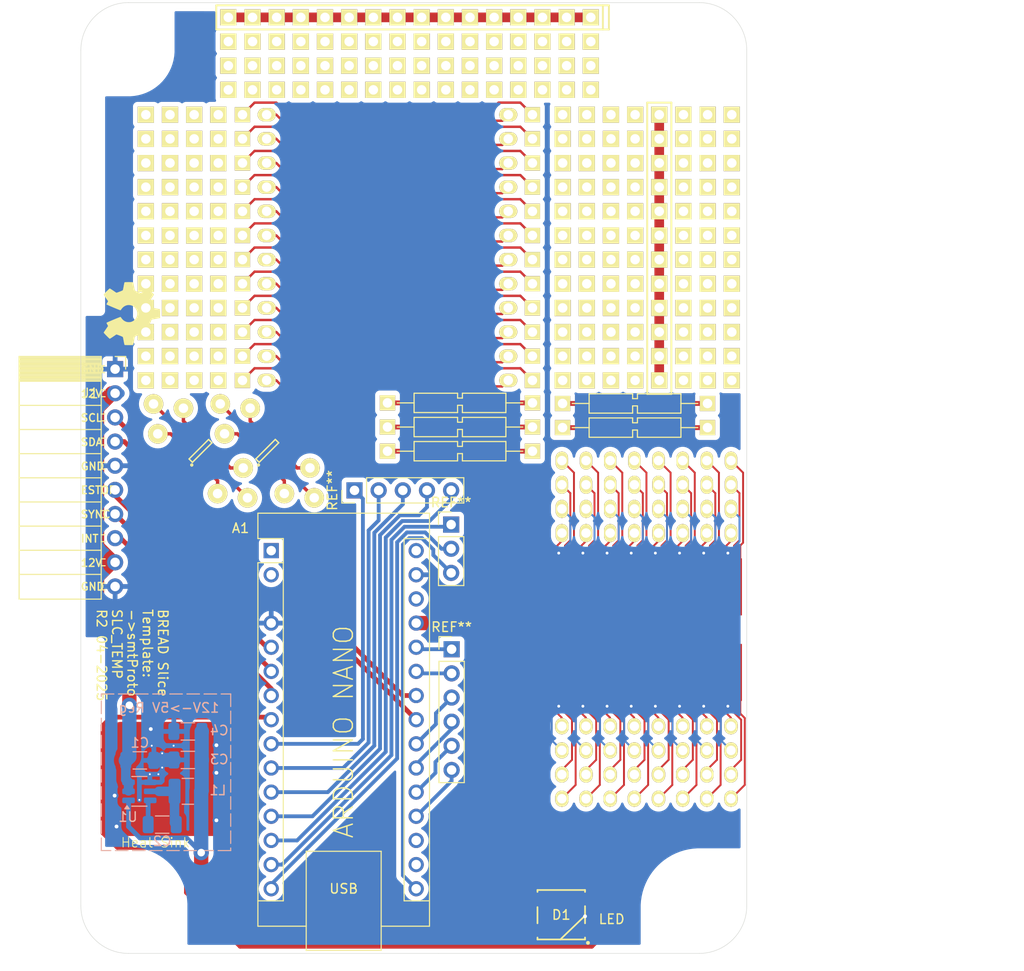
<source format=kicad_pcb>
(kicad_pcb (version 20241229) (generator "pcbnew") (generator_version "9.0")
  (layers (0 "F.Cu" signal) (2 "B.Cu" signal) (13 "F.Paste" user) (15 "B.Paste" user) (5 "F.SilkS" user "F.Silkscreen") (7 "B.SilkS" user "B.Silkscreen") (1 "F.Mask" user) (3 "B.Mask" user) (25 "Edge.Cuts" user))
  (net 0 "")
  (net 3 "GND")
  (net 4 "/D12")
  (net 5 "+5V")
  (net 6 "/LED")
  (net 7 "/I2C_CLK")
  (net 8 "/D11")
  (net 9 "/I2C_DAT")
  (net 10 "/D10")
  (net 11 "/SYNC")
  (net 13 "/E_STOP")
  (net 14 "/A0")
  (net 15 "/A6")
  (net 16 "/A1")
  (net 17 "/A2")
  (net 18 "+12V")
  (net 19 "/INT")
  (net 20 "/D8")
  (net 21 "/A7")
  (net 22 "/D6")
  (net 23 "/D7")
  (net 24 "/D9")
  (net 25 "/D13")
  (net 26 "/A3")
  (net 27 "/RESET")
  (net 28 "Net-(U1-SW)")
  (net 29 "Net-(U1-BST)")
  (net 30 "unconnected-(A1-VIN-Pad30)")
  (net 32 "/AREF")
  (footprint "MountingHole:MountingHole_5mm" (layer "F.Cu") (at 127.6 44.8)
    (property "Reference" "H1" (hide yes))
    (property "Value" "MountingHole")
  )
  (footprint "MountingHole:MountingHole_5mm" (layer "F.Cu") (at 187.6 44.8)
    (property "Reference" "H3" (hide yes))
    (property "Value" "MountingHole")
  )
  (footprint "MountingHole:MountingHole_5mm" (layer "F.Cu") (at 127.6 134.8)
    (property "Reference" "H2" (hide yes))
    (property "Value" "MountingHole")
  )
  (footprint "MountingHole:MountingHole_5mm" (layer "F.Cu") (at 187.6 134.8)
    (property "Reference" "H4" (hide yes))
    (property "Value" "MountingHole")
  )
  (footprint "Module:Arduino_Nano" (layer "F.Cu") (at 142.61 97.44)
    (property "Reference" "A1")
    (property "Value" "Arduino_Nano_v3.x")
  )
  (footprint "Connector_PinSocket_2.54mm:PinSocket_1x10_P2.54mm_Horizontal" (layer "F.Cu") (at 126.2 78.35)
    (property "Reference" "J1")
    (property "Value" "Conn_01x10_Female")
  )
  (footprint "Symbol:OSHW-Symbol_6.7x6mm_SilkScreen" (layer "F.Cu") (at 127.95 72.5 -90)
    (property "Reference" "Logo1" (hide yes))
    (property "Value" "Logo_Open_Hardware_Small" (hide yes))
  )
  (footprint "PROTO-SOIC-50" (layer "F.Cu") (at 154.83 51.59)
    (property "Reference" "")
    (property "Value" "")
  )
  (footprint "KML-Custom:Thermal Pad" (layer "F.Cu") (at 131.8 121.45)
    (property "Reference" "HS1")
    (property "Value" "Heatsink_Pad")
  )
  (footprint "PROTO-SOIC-50" (layer "F.Cu") (at 154.83 61.75)
    (property "Reference" "")
    (property "Value" "")
  )
  (footprint "kicad_wrk:PROTO-GRID4X4-100-SQUARE" (layer "F.Cu") (at 138.105 48.975)
    (property "Reference" "" (hide yes))
    (property "Value" "")
  )
  (footprint "PROTO-SOIC-50" (layer "F.Cu") (at 154.83 79.53)
    (property "Reference" "" (hide yes))
    (property "Value" "")
  )
  (footprint "kicad_wrk:PROTO-GRID4X4-100-SQUARE" (layer "F.Cu") (at 173.245 59.21)
    (property "Reference" "" (hide yes))
    (property "Value" "")
  )
  (footprint "kicad_wrk:PROTO-LED" (layer "F.Cu") (at 162.455 84.44 180)
    (property "Reference" "")
    (property "Value" "")
  )
  (footprint "kicad_wrk:PROTO-LED" (layer "F.Cu") (at 162.455 81.9 180)
    (property "Reference" "")
    (property "Value" "")
  )
  (footprint "kicad_wrk:PROTO-SSOP-0.65" (layer "F.Cu") (at 188.405 105.75 -90)
    (property "Reference" "")
    (property "Value" "")
  )
  (footprint "kicad_wrk:PROTO-GRID4X4-100-SQUARE" (layer "F.Cu") (at 129.43 59.21)
    (property "Reference" "" (hide yes))
    (property "Value" "")
  )
  (footprint "Connector_PinHeader_2.54mm:PinHeader_1x03_P2.54mm_Vertical" (layer "F.Cu") (at 161.525 94.7)
    (property "Reference" "REF**")
    (property "Value" "PinHeader_1x03_P2.54mm_Vertical")
  )
  (footprint "kicad_wrk:PROTO-SSOP-0.65" (layer "F.Cu") (at 178.245 105.75 -90)
    (property "Reference" "")
    (property "Value" "")
  )
  (footprint "PROTO-SOIC-50" (layer "F.Cu") (at 154.83 66.83)
    (property "Reference" "")
    (property "Value" "")
  )
  (footprint "kicad_wrk:PROTO-SSOP-0.65" (layer "F.Cu") (at 183.325 105.75 -90)
    (property "Reference" "")
    (property "Value" "")
  )
  (footprint "PROTO-SOIC-50" (layer "F.Cu") (at 154.83 59.21)
    (property "Reference" "")
    (property "Value" "")
  )
  (footprint "kicad_wrk:PROTO-GRID4X4-100-SQUARE" (layer "F.Cu") (at 183.405 59.21)
    (property "Reference" "" (hide yes))
    (property "Value" "")
  )
  (footprint "kicad_wrk:PROTO-SSOP-0.65" (layer "F.Cu") (at 173.165 105.75 -90)
    (property "Reference" "")
    (property "Value" "")
  )
  (footprint "Connector_PinHeader_2.54mm:PinHeader_1x06_P2.54mm_Vertical" (layer "F.Cu") (at 161.575 107.81)
    (property "Reference" "REF**")
    (property "Value" "PinHeader_1x06_P2.54mm_Vertical")
  )
  (footprint "kicad_wrk:PROTO-SSOP-0.65" (layer "F.Cu") (at 185.865 105.75 -90)
    (property "Reference" "")
    (property "Value" "")
  )
  (footprint "kicad_wrk:PROTO-GRID4X4-100-SQUARE" (layer "F.Cu") (at 183.405 69.37)
    (property "Reference" "" (hide yes))
    (property "Value" "")
  )
  (footprint "SparkFun-LED:WS2812-5050-4PIN" (layer "F.Cu") (at 173.1 135.732769)
    (property "Reference" "D1")
    (property "Value" "WS2812B_5050")
  )
  (footprint "kicad_wrk:PROTO-GRID4X4-100-SQUARE" (layer "F.Cu") (at 183.405 79.53)
    (property "Reference" "" (hide yes))
    (property "Value" "" (hide yes))
  )
  (footprint "kicad_wrk:PROTO-GRID4X4-100-SQUARE" (layer "F.Cu") (at 173.245 69.37)
    (property "Reference" "" (hide yes))
    (property "Value" "")
  )
  (footprint "Connector_PinHeader_2.54mm:PinHeader_1x05_P2.54mm_Vertical" (layer "F.Cu") (at 151.365 91.1 90)
    (property "Reference" "REF**")
    (property "Value" "PinHeader_1x05_P2.54mm_Vertical")
  )
  (footprint "kicad_wrk:PROTO-SOT-23-6" (layer "F.Cu") (at 135.177465 86.948075 135)
    (property "Reference" "")
    (property "Value" "")
  )
  (footprint "kicad_wrk:PROTO-SSOP-0.65" (layer "F.Cu") (at 180.785 105.75 -90)
    (property "Reference" "")
    (property "Value" "")
  )
  (footprint "kicad_wrk:PROTO-GRID4X4-100-SQUARE" (layer "F.Cu") (at 168.585 48.975)
    (property "Reference" "" (hide yes))
    (property "Value" "")
  )
  (footprint "kicad_wrk:PROTO-SOT-23-6" (layer "F.Cu") (at 142.193629 86.943629 135)
    (property "Reference" "")
    (property "Value" "")
  )
  (footprint "kicad_wrk:PROTO-SSOP-0.65" (layer "F.Cu") (at 190.945 105.75 -90)
    (property "Reference" "")
    (property "Value" "")
  )
  (footprint "PROTO-SOIC-50" (layer "F.Cu") (at 154.83 54.13)
    (property "Reference" "")
    (property "Value" "")
  )
  (footprint "kicad_wrk:PROTO-GRID4X4-100-SQUARE" (layer "F.Cu") (at 129.43 79.53)
    (property "Reference" "" (hide yes))
    (property "Value" "")
  )
  (footprint "PROTO-SOIC-50" (layer "F.Cu") (at 154.83 56.67)
    (property "Reference" "")
    (property "Value" "")
  )
  (footprint "PROTO-SOIC-50" (layer "F.Cu") (at 154.83 76.99)
    (property "Reference" "" (hide yes))
    (property "Value" "")
  )
  (footprint "kicad_wrk:PROTO-GRID4X4-100-SQUARE" (layer "F.Cu") (at 158.425 48.975)
    (property "Reference" "" (hide yes))
    (property "Value" "")
  )
  (footprint "kicad_wrk:PROTO-GRID4X4-100-SQUARE" (layer "F.Cu") (at 148.265 48.975)
    (property "Reference" "" (hide yes))
    (property "Value" "")
  )
  (footprint "kicad_wrk:PROTO-LED" (layer "F.Cu") (at 180.855 81.96 180)
    (property "Reference" "")
    (property "Value" "")
  )
  (footprint "kicad_wrk:PROTO-GRID4X4-100-SQUARE" (layer "F.Cu") (at 129.43 69.37)
    (property "Reference" "" (hide yes))
    (property "Value" "")
  )
  (footprint "kicad_wrk:PROTO-LED" (layer "F.Cu") (at 162.455 86.98 180)
    (property "Reference" "")
    (property "Value" "")
  )
  (footprint "kicad_wrk:PROTO-GRID4X4-100-SQUARE" (layer "F.Cu") (at 173.245 79.53)
    (property "Reference" "" (hide yes))
    (property "Value" "" (hide yes))
  )
  (footprint "PROTO-SOIC-50" (layer "F.Cu") (at 154.83 69.37)
    (property "Reference" "")
    (property "Value" "")
  )
  (footprint "PROTO-SOIC-50" (layer "F.Cu") (at 154.83 71.91)
    (property "Reference" "")
    (property "Value" "")
  )
  (footprint "PROTO-SOIC-50" (layer "F.Cu") (at 154.83 74.45)
    (property "Reference" "" (hide yes))
    (property "Value" "")
  )
  (footprint "kicad_wrk:PROTO-SSOP-0.65" (layer "F.Cu") (at 175.705 105.75 -90)
    (property "Reference" "")
    (property "Value" "")
  )
  (footprint "PROTO-SOIC-50" (layer "F.Cu") (at 154.83 64.29)
    (property "Reference" "")
    (property "Value" "")
  )
  (footprint "kicad_wrk:PROTO-LED" (layer "F.Cu") (at 180.855 84.5 180)
    (property "Reference" "")
    (property "Value" "")
  )
  (footprint "Capacitor_SMD:C_1206_3216Metric" (layer "B.Cu") (at 128.8 119.5 180)
    (property "Reference" "C1")
    (property "Value" "22uF")
  )
  (footprint "Package_TO_SOT_SMD:TSOT-23-6" (layer "B.Cu") (at 128.75 122.755)
    (property "Reference" "U1")
    (property "Value" "~")
  )
  (footprint "Capacitor_SMD:C_1206_3216Metric" (layer "B.Cu") (at 131.15 126.255 180)
    (property "Reference" "C2")
    (property "Value" "100nF")
  )
  (footprint "Capacitor_SMD:C_1206_3216Metric" (layer "B.Cu") (at 133.85 119.455)
    (property "Reference" "C3")
    (property "Value" "22uF")
  )
  (footprint "Capacitor_SMD:C_1206_3216Metric" (layer "B.Cu") (at 133.85 116.455)
    (property "Reference" "C4")
    (property "Value" "22uF")
  )
  (footprint "Inductor_SMD:L_1210_3225Metric" (layer "B.Cu") (at 133.85 122.755)
    (property "Reference" "L1")
    (property "Value" "4.7uH")
  )
  (gr_line (start 178.11 42.625) (end 136.835 42.625) (stroke (width 0.2)) (layer "F.SilkS"))
  (gr_line (start 136.835 42.625) (end 136.835 40.085) (stroke (width 0.2)) (layer "F.SilkS"))
  (gr_line (start 184.675 50.32) (end 184.675 80.96) (stroke (width 0.2)) (layer "F.SilkS"))
  (gr_line (start 178.11 40.085) (end 178.11 42.625) (stroke (width 0.2)) (layer "F.SilkS"))
  (gr_line (start 182.135 80.96) (end 182.135 50.32) (stroke (width 0.2)) (layer "F.SilkS"))
  (gr_line (start 184.675 80.96) (end 182.135 80.96) (stroke (width 0.2)) (layer "F.SilkS"))
  (gr_line (start 177.475 40.085) (end 177.475 42.625) (stroke (width 0.2)) (layer "F.SilkS"))
  (gr_line (start 136.835 40.085) (end 178.11 40.085) (stroke (width 0.2)) (layer "F.SilkS"))
  (gr_line (start 182.135 50.32) (end 184.675 50.32) (stroke (width 0.2)) (layer "F.SilkS"))
  (gr_rect (start 124.75 112.516) (end 138.35 128.984) (stroke (width 0.12) (type dash)) (fill no) (layer "B.SilkS"))
  (gr_line (start 192.6 44.8) (end 192.6 94.8) (stroke (width 0.05)) (layer "Edge.Cuts"))
  (gr_arc (start 187.6 39.8) (mid 191.135534 41.264466) (end 192.6 44.8) (stroke (width 0.05)) (layer "Edge.Cuts"))
  (gr_arc (start 192.6 134.8) (mid 191.135534 138.335534) (end 187.6 139.8) (stroke (width 0.05)) (layer "Edge.Cuts"))
  (gr_line (start 152.6 39.8) (end 187.6 39.8) (stroke (width 0.05)) (layer "Edge.Cuts"))
  (gr_arc (start 122.6 44.8) (mid 124.064466 41.264466) (end 127.6 39.8) (stroke (width 0.05)) (layer "Edge.Cuts"))
  (gr_line (start 192.6 94.8) (end 192.6 134.8) (stroke (width 0.05)) (layer "Edge.Cuts"))
  (gr_line (start 122.6 134.8) (end 122.6 44.8) (stroke (width 0.05)) (layer "Edge.Cuts"))
  (gr_line (start 127.6 39.8) (end 152.6 39.8) (stroke (width 0.05)) (layer "Edge.Cuts"))
  (gr_arc (start 127.6 139.8) (mid 124.064466 138.335534) (end 122.6 134.8) (stroke (width 0.05)) (layer "Edge.Cuts"))
  (gr_line (start 160.188 139.8) (end 187.6 139.8) (stroke (width 0.05)) (layer "Edge.Cuts"))
  (gr_line (start 127.6 139.8) (end 160.188 139.8) (stroke (width 0.05)) (layer "Edge.Cuts"))
  (gr_text "GND" (at 123.829762 88.575 0) (layer "F.SilkS") (effects (font (size 0.8 0.8))))
  (gr_text "" (at 183.325 123.53 180) (layer "F.SilkS") (effects (font (size 1 1))))
  (gr_text "LED" (at 178.4 136.2 0) (layer "F.SilkS") (effects (font (size 1 1))))
  (gr_text "12V" (at 123.715477 98.725 0) (layer "F.SilkS") (effects (font (size 0.8 0.8))))
  (gr_text "SYNC" (at 124.153572 93.625 0) (layer "F.SilkS") (effects (font (size 0.8 0.8))))
  (gr_text "GND" (at 123.829762 101.225 0) (layer "F.SilkS") (effects (font (size 0.8 0.8))))
  (gr_text "BREAD Slice\nTemplate:\n->smtProto\nSLC_TEMP\nR2 04-2025" (at 128 103.5 270) (layer "F.SilkS") (effects (font (size 1 1)) (justify left)))
  (gr_text "GND" (at 123.829762 78.375 0) (layer "F.SilkS") (effects (font (size 0.8 0.8))))
  (gr_text "ESTOP" (at 124.477381 91.075 0) (layer "F.SilkS") (effects (font (size 0.8 0.8))))
  (gr_text "INT" (at 123.525 96.175 0) (layer "F.SilkS") (effects (font (size 0.8 0.8))))
  (gr_text "SDA" (at 123.734524 86.025 0) (layer "F.SilkS") (effects (font (size 0.8 0.8))))
  (gr_text "SCL" (at 123.715477 83.475 0) (layer "F.SilkS") (effects (font (size 0.8 0.8))))
  (gr_text "ARDUINO NANO" (at 150.22 116.49 90) (layer "F.SilkS") (effects (font (size 2 2))))
  (gr_text "12V" (at 123.715477 80.925 0) (layer "F.SilkS") (effects (font (size 0.8 0.8))))
  (gr_text "12V->5V Reg" (at 131.85 114.555 0) (layer "B.SilkS") (effects (font (size 1 1)) (justify bottom mirror)))
  (segment (start 143.781 53.495) (end 148.48 53.495) (width 0.254) (layer "F.Cu") (net 0))
  (segment (start 140.86 57.94) (end 143.146 57.94) (width 0.254) (layer "F.Cu") (net 0))
  (segment (start 175.6796 115.8846) (end 175.705 115.91) (width 0.2032) (layer "F.Cu") (net 0))
  (segment (start 165.879 71.275) (end 166.514 70.64) (width 0.254) (layer "F.Cu") (net 0))
  (segment (start 183.325 120.5074) (end 184.3918 119.4406) (width 0.2032) (layer "F.Cu") (net 0))
  (segment (start 161.18 54.765) (end 166.895 54.765) (width 0.254) (layer "F.Cu") (net 0))
  (segment (start 177.1528 122.0822) (end 175.705 123.53) (width 0.2032) (layer "F.Cu") (net 0))
  (segment (start 168.8 78.26) (end 170.07 79.53) (width 0.254) (layer "F.Cu") (net 0))
  (segment (start 174.14 114.5736) (end 174.6128 115.0464) (width 0.2032) (layer "F.Cu") (net 0))
  (segment (start 161.18 64.925) (end 166.895 64.925) (width 0.254) (layer "F.Cu") (net 0))
  (segment (start 183.325 120.99) (end 183.325 120.5074) (width 0.2032) (layer "F.Cu") (net 0))
  (segment (start 161.18 57.305) (end 166.895 57.305) (width 0.254) (layer "F.Cu") (net 0))
  (segment (start 143.781 66.195) (end 148.48 66.195) (width 0.254) (layer "F.Cu") (net 0))
  (segment (start 183.2996 115.8846) (end 183.325 115.91) (width 0.2032) (layer "F.Cu") (net 0))
  (segment (start 165.879 63.655) (end 166.514 63.02) (width 0.254) (layer "F.Cu") (net 0))
  (segment (start 184.595 89.24) (end 183.325 87.97) (width 0.2032) (layer "F.Cu") (net 0))
  (segment (start 168.8 63.02) (end 170.07 64.29) (width 0.254) (layer "F.Cu") (net 0))
  (segment (start 161.18 66.195) (end 165.879 66.195) (width 0.254) (layer "F.Cu") (net 0))
  (segment (start 168.8 55.4) (end 170.07 56.67) (width 0.254) (layer "F.Cu") (net 0))
  (segment (start 183.4 51.595) (end 183.4 79.525) (width 1.016) (layer "F.Cu") (net 0))
  (segment (start 136.973517 90.087629) (end 136.973517 91.438203) (width 0.3556) (layer "F.Cu") (net 0))
  (segment (start 144.09009 87.403248) (end 143.996752 87.403248) (width 0.3556) (layer "F.Cu") (net 0))
  (segment (start 179.3118 115.2242) (end 178.57 114.4824) (width 0.2032) (layer "F.Cu") (net 0))
  (segment (start 185.865 120.99) (end 185.865 120.5074) (width 0.2032) (layer "F.Cu") (net 0))
  (segment (start 142.13 66.83) (end 143.146 66.83) (width 0.254) (layer "F.Cu") (net 0))
  (segment (start 176.68 114.5736) (end 177.1528 115.0464) (width 0.2032) (layer "F.Cu") (net 0))
  (segment (start 143.146 70.64) (end 143.781 71.275) (width 0.254) (layer "F.Cu") (net 0))
  (segment (start 179.81 101.25) (end 179.81 97.4032) (width 0.2032) (layer "F.Cu") (net 0))
  (segment (start 166.895 54.765) (end 167.53 54.13) (width 0.254) (layer "F.Cu") (net 0))
  (segment (start 175.705 120.99) (end 175.705 120.5074) (width 0.2032) (layer "F.Cu") (net 0))
  (segment (start 170.075 84.44) (end 166.265 84.44) (width 0.508) (layer "F.Cu") (net 0))
  (segment (start 179.515 89.24) (end 178.245 87.97) (width 0.2032) (layer "F.Cu") (net 0))
  (segment (start 143.781 78.895) (end 148.48 78.895) (width 0.254) (layer "F.Cu") (net 0))
  (segment (start 179.515 96.606) (end 179.515 89.24) (width 0.2032) (layer "F.Cu") (net 0))
  (segment (start 180.7596 115.8846) (end 180.7596 114.9956) (width 0.2032) (layer "F.Cu") (net 0))
  (segment (start 139.59 74.45) (end 140.86 73.18) (width 0.254) (layer "F.Cu") (net 0))
  (segment (start 166.895 70.005) (end 167.53 69.37) (width 0.254) (layer "F.Cu") (net 0))
  (segment (start 178.57 114.4824) (end 178.57 110.25) (width 0.2032) (layer "F.Cu") (net 0))
  (segment (start 187.43 114.046) (end 188.3796 114.9956) (width 0.2032) (layer "F.Cu") (net 0))
  (segment (start 176.68 110.25) (end 176.68 114.5736) (width 0.2032) (layer "F.Cu") (net 0))
  (segment (start 186.9318 115.2242) (end 186.19 114.4824) (width 0.2032) (layer "F.Cu") (net 0))
  (segment (start 168.8 68.1) (end 170.07 69.37) (width 0.254) (layer "F.Cu") (net 0))
  (segment (start 181.8518 115.2242) (end 181.11 114.4824) (width 0.2032) (layer "F.Cu") (net 0))
  (segment (start 142.13 76.99) (end 143.146 76.99) (width 0.254) (layer "F.Cu") (net 0))
  (segment (start 191.92 96.901) (end 192.215 96.606) (width 0.2032) (layer "F.Cu") (net 0))
  (segment (start 143.146 71.91) (end 143.781 72.545) (width 0.254) (layer "F.Cu") (net 0))
  (segment (start 181.76 114.5736) (end 182.2328 115.0464) (width 0.2032) (layer "F.Cu") (net 0))
  (segment (start 174.14 110.25) (end 174.14 114.5736) (width 0.2032) (layer "F.Cu") (net 0))
  (segment (start 181.11 96.916) (end 181.674 96.352) (width 0.2032) (layer "F.Cu") (net 0))
  (segment (start 161.18 56.035) (end 165.879 56.035) (width 0.254) (layer "F.Cu") (net 0))
  (segment (start 174.2318 115.2242) (end 173.49 114.4824) (width 0.2032) (layer "F.Cu") (net 0))
  (segment (start 142.13 59.21) (end 143.146 59.21) (width 0.254) (layer "F.Cu") (net 0))
  (segment (start 135.637085 88.844535) (end 135.637085 88.751197) (width 0.3556) (layer "F.Cu") (net 0))
  (segment (start 180.785 120.99) (end 180.785 120.5074) (width 0.2032) (layer "F.Cu") (net 0))
  (segment (start 184.595 96.606) (end 184.595 89.24) (width 0.2032) (layer "F.Cu") (net 0))
  (segment (start 166.514 78.26) (end 168.8 78.26) (width 0.254) (layer "F.Cu") (net 0))
  (segment (start 140.86 60.48) (end 143.146 60.48) (width 0.254) (layer "F.Cu") (net 0))
  (segment (start 180.785 120.5074) (end 181.8518 119.4406) (width 0.2032) (layer "F.Cu") (net 0))
  (segment (start 189.97 114.046) (end 190.9196 114.9956) (width 0.2032) (layer "F.Cu") (net 0))
  (segment (start 143.781 80.165) (end 148.48 80.165) (width 0.254) (layer "F.Cu") (net 0))
  (segment (start 134.046095 85.816704) (end 130.238325 82.008934) (width 0.3556) (layer "F.Cu") (net 0))
  (segment (start 178.57 101.25) (end 178.57 96.916) (width 0.2032) (layer "F.Cu") (net 0))
  (segment (start 140.116606 91.887215) (end 136.308836 88.079445) (width 0.3556) (layer "F.Cu") (net 0))
  (segment (start 142.13 69.37) (end 143.146 69.37) (width 0.254) (layer "F.Cu") (net 0))
  (segment (start 161.18 75.085) (end 166.895 75.085) (width 0.254) (layer "F.Cu") (net 0))
  (segment (start 143.996752 87.403248) (end 145.333184 88.73968) (width 0.3556) (layer "F.Cu") (net 0))
  (segment (start 165.879 78.895) (end 166.514 78.26) (width 0.254) (layer "F.Cu") (net 0))
  (segment (start 135.637085 88.751197) (end 136.973517 90.087629) (width 0.3556) (layer "F.Cu") (net 0))
  (segment (start 143.781 52.225) (end 148.48 52.225) (width 0.254) (layer "F.Cu") (net 0))
  (segment (start 183.65 96.916) (end 184.214 96.352) (width 0.2032) (layer "F.Cu") (net 0))
  (segment (start 142.13 56.67) (end 143.146 56.67) (width 0.254) (layer "F.Cu") (net 0))
  (segment (start 139.59 61.75) (end 140.86 60.48) (width 0.254) (layer "F.Cu") (net 0))
  (segment (start 190.945 120.99) (end 190.945 120.5074) (width 0.2032) (layer "F.Cu") (net 0))
  (segment (start 192.0118 115.2242) (end 191.27 114.4824) (width 0.2032) (layer "F.Cu") (net 0))
  (segment (start 181.8518 119.4406) (end 181.8518 115.2242) (width 0.2032) (layer "F.Cu") (net 0))
  (segment (start 143.146 55.4) (end 143.781 56.035) (width 0.254) (layer "F.Cu") (net 0))
  (segment (start 165.879 73.815) (end 166.514 73.18) (width 0.254) (layer "F.Cu") (net 0))
  (segment (start 179.81 114.046) (end 180.7596 114.9956) (width 0.2032) (layer "F.Cu") (net 0))
  (segment (start 142.653249 88.840089) (end 142.653249 88.746751) (width 0.3556) (layer "F.Cu") (net 0))
  (segment (start 143.781 61.115) (end 148.48 61.115) (width 0.254) (layer "F.Cu") (net 0))
  (segment (start 174.2318 119.4406) (end 174.2318 115.2242) (width 0.2032) (layer "F.Cu") (net 0))
  (segment (start 143.781 62.385) (end 148.48 62.385) (width 0.254) (layer "F.Cu") (net 0))
  (segment (start 139.59 56.67) (end 140.86 55.4) (width 0.254) (layer "F.Cu") (net 0))
  (segment (start 188.73 114.4824) (end 188.73 110.25) (width 0.2032) (layer "F.Cu") (net 0))
  (segment (start 189.97 101.25) (end 189.97 97.4032) (width 0.2032) (layer "F.Cu") (net 0))
  (segment (start 192.3928 122.0822) (end 190.945 123.53) (width 0.2032) (layer "F.Cu") (net 0))
  (segment (start 166.895 62.385) (end 167.53 61.75) (width 0.254) (layer "F.Cu") (net 0))
  (segment (start 143.146 54.13) (end 143.781 54.765) (width 0.254) (layer "F.Cu") (net 0))
  (segment (start 140.86 55.4) (end 143.146 55.4) (width 0.254) (layer "F.Cu") (net 0))
  (segment (start 182.125 84.5) (end 179.585 84.5) (width 0.508) (layer "F.Cu") (net 0))
  (segment (start 139.59 69.37) (end 140.86 68.1) (width 0.254) (layer "F.Cu") (net 0))
  (segment (start 133.374343 86.488455) (end 132.037911 85.152023) (width 0.3556) (layer "F.Cu") (net 0))
  (segment (start 183.65 114.4824) (end 183.65 110.25) (width 0.2032) (layer "F.Cu") (net 0))
  (segment (start 189.38 110.25) (end 189.38 114.5736) (width 0.2032) (layer "F.Cu") (net 0))
  (segment (start 166.895 72.545) (end 167.53 71.91) (width 0.254) (layer "F.Cu") (net 0))
  (segment (start 161.18 53.495) (end 165.879 53.495) (width 0.254) (layer "F.Cu") (net 0))
  (segment (start 140.397578 83.804074) (end 140.397578 82.453501) (width 0.3556) (layer "F.Cu") (net 0))
  (segment (start 189.38 101.25) (end 189.38 96.901) (width 0.2032) (layer "F.Cu") (net 0))
  (segment (start 143.781 59.845) (end 148.48 59.845) (width 0.254) (layer "F.Cu") (net 0))
  (segment (start 143.146 64.29) (end 143.781 64.925) (width 0.254) (layer "F.Cu") (net 0))
  (segment (start 184.89 114.046) (end 185.8396 114.9956) (width 0.2032) (layer "F.Cu") (net 0))
  (segment (start 166.895 59.845) (end 167.53 59.21) (width 0.254) (layer "F.Cu") (net 0))
  (segment (start 177.045 84.5) (end 173.235 84.5) (width 0.508) (layer "F.Cu") (net 0))
  (segment (start 179.22 96.901) (end 179.515 96.606) (width 0.2032) (layer "F.Cu") (net 0))
  (segment (start 176.7718 119.4406) (end 176.7718 115.2242) (width 0.2032) (layer "F.Cu") (net 0))
  (segment (start 190.9196 115.8846) (end 190.945 115.91) (width 0.2032) (layer "F.Cu") (net 0))
  (segment (start 161.18 73.815) (end 165.879 73.815) (width 0.254) (layer "F.Cu") (net 0))
  (segment (start 165.879 56.035) (end 166.514 55.4) (width 0.254) (layer "F.Cu") (net 0))
  (segment (start 137.073926 87.407694) (end 136.980588 87.407694) (width 0.3556) (layer "F.Cu") (net 0))
  (segment (start 165.879 53.495) (end 166.514 52.86) (width 0.254) (layer "F.Cu") (net 0))
  (segment (start 172.19 114.046) (end 173.1396 114.9956) (width 0.2032) (layer "F.Cu") (net 0))
  (segment (start 166.514 57.94) (end 168.8 57.94) (width 0.254) (layer "F.Cu") (net 0))
  (segment (start 179.81 97.4032) (end 180.785 96.4282) (width 0.2032) (layer "F.Cu") (net 0))
  (segment (start 181.76 101.25) (end 181.76 96.901) (width 0.2032) (layer "F.Cu") (net 0))
  (segment (start 182.2328 122.0822) (end 180.785 123.53) (width 0.2032) (layer "F.Cu") (net 0))
  (segment (start 145.333184 88.73968) (end 146.683757 88.73968) (width 0.3556) (layer "F.Cu") (net 0))
  (segment (start 143.781 70.005) (end 148.48 70.005) (width 0.254) (layer "F.Cu") (net 0))
  (segment (start 161.18 72.545) (end 166.895 72.545) (width 0.254) (layer "F.Cu") (net 0))
  (segment (start 168.8 60.48) (end 170.07 61.75) (width 0.254) (layer "F.Cu") (net 0))
  (segment (start 141.73401 85.140506) (end 140.397578 83.804074) (width 0.3556) (layer "F.Cu") (net 0))
  (segment (start 163.725 86.98) (end 161.185 86.98) (width 0.508) (layer "F.Cu") (net 0))
  (segment (start 168.8 70.64) (end 170.07 71.91) (width 0.254) (layer "F.Cu") (net 0))
  (segment (start 173.165 120.5074) (end 174.2318 119.4406) (width 0.2032) (layer "F.Cu") (net 0))
  (segment (start 186.84 110.25) (end 186.84 114.5736) (width 0.2032) (layer "F.Cu") (net 0))
  (segment (start 140.86 73.18) (end 143.146 73.18) (width 0.254) (layer "F.Cu") (net 0))
  (segment (start 143.989681 90.083183) (end 143.989681 91.433757) (width 0.3556) (layer "F.Cu") (net 0))
  (segment (start 166.514 60.48) (end 168.8 60.48) (width 0.254) (layer "F.Cu") (net 0))
  (segment (start 143.146 69.37) (end 143.781 70.005) (width 0.254) (layer "F.Cu") (net 0))
  (segment (start 138.105 41.355) (end 176.205 41.355) (width 1.016) (layer "F.Cu") (net 0))
  (segment (start 168.8 50.32) (end 170.07 51.59) (width 0.254) (layer "F.Cu") (net 0))
  (segment (start 184.3918 119.4406) (end 184.3918 115.2242) (width 0.2032) (layer "F.Cu") (net 0))
  (segment (start 173.1396 115.8846) (end 173.165 115.91) (width 0.2032) (layer "F.Cu") (net 0))
  (segment (start 184.214 96.352) (end 184.214 91.399) (width 0.2032) (layer "F.Cu") (net 0))
  (segment (start 182.2328 115.0464) (end 182.2328 122.0822) (width 0.2032) (layer "F.Cu") (net 0))
  (segment (start 181.674 96.352) (end 181.674 91.399) (width 0.2032) (layer "F.Cu") (net 0))
  (segment (start 139.59 79.53) (end 140.86 78.26) (width 0.254) (layer "F.Cu") (net 0))
  (segment (start 189.675 89.24) (end 188.405 87.97) (width 0.2032) (layer "F.Cu") (net 0))
  (segment (start 166.895 57.305) (end 167.53 56.67) (width 0.254) (layer "F.Cu") (net 0))
  (segment (start 140.86 52.86) (end 143.146 52.86) (width 0.254) (layer "F.Cu") (net 0))
  (segment (start 161.18 68.735) (end 165.879 68.735) (width 0.254) (layer "F.Cu") (net 0))
  (segment (start 184.3918 115.2242) (end 183.65 114.4824) (width 0.2032) (layer "F.Cu") (net 0))
  (segment (start 165.879 50.955) (end 166.514 50.32) (width 0.254) (layer "F.Cu") (net 0))
  (segment (start 163.725 81.9) (end 161.185 81.9) (width 0.508) (layer "F.Cu") (net 0))
  (segment (start 181.76 110.25) (end 181.76 114.5736) (width 0.2032) (layer "F.Cu") (net 0))
  (segment (start 176.7718 115.2242) (end 176.03 114.4824) (width 0.2032) (layer "F.Cu") (net 0))
  (segment (start 161.18 80.165) (end 166.895 80.165) (width 0.254) (layer "F.Cu") (net 0))
  (segment (start 168.8 52.86) (end 170.07 54.13) (width 0.254) (layer "F.Cu") (net 0))
  (segment (start 192.0118 119.4406) (end 192.0118 115.2242) (width 0.2032) (layer "F.Cu") (net 0))
  (segment (start 179.3118 119.4406) (end 179.3118 115.2242) (width 0.2032) (layer "F.Cu") (net 0))
  (segment (start 184.3 96.901) (end 184.595 96.606) (width 0.2032) (layer "F.Cu") (net 0))
  (segment (start 181.11 114.4824) (end 181.11 110.25) (width 0.2032) (layer "F.Cu") (net 0))
  (segment (start 187.43 101.25) (end 187.43 97.4032) (width 0.2032) (layer "F.Cu") (net 0))
  (segment (start 179.134 91.399) (end 178.245 90.51) (width 0.2032) (layer "F.Cu") (net 0))
  (segment (start 175.705 120.5074) (end 176.7718 119.4406) (width 0.2032) (layer "F.Cu") (net 0))
  (segment (start 140.390507 86.484009) (end 139.054075 85.147577) (width 0.3556) (layer "F.Cu") (net 0))
  (segment (start 143.146 74.45) (end 143.781 75.085) (width 0.254) (layer "F.Cu") (net 0))
  (segment (start 176.03 114.4824) (end 176.03 110.25) (width 0.2032) (layer "F.Cu") (net 0))
  (segment (start 186.84 114.5736) (end 187.3128 115.0464) (width 0.2032) (layer "F.Cu") (net 0))
  (segment (start 140.86 63.02) (end 143.146 63.02) (width 0.254) (layer "F.Cu") (net 0))
  (segment (start 189.4718 115.2242) (end 188.73 114.4824) (width 0.2032) (layer "F.Cu") (net 0))
  (segment (start 189.675 96.606) (end 189.675 89.24) (width 0.2032) (layer "F.Cu") (net 0))
  (segment (start 173.1396 115.8846) (end 173.1396 114.9956) (width 0.2032) (layer "F.Cu") (net 0))
  (segment (start 166.514 55.4) (end 168.8 55.4) (width 0.254) (layer "F.Cu") (net 0))
  (segment (start 179.6928 115.0464) (end 179.6928 122.0822) (width 0.2032) (layer "F.Cu") (net 0))
  (segment (start 165.879 76.355) (end 166.514 75.72) (width 0.254) (layer "F.Cu") (net 0))
  (segment (start 166.514 73.18) (end 168.8 73.18) (width 0.254) (layer "F.Cu") (net 0))
  (segment (start 166.514 70.64) (end 168.8 70.64) (width 0.254) (layer "F.Cu") (net 0))
  (segment (start 174.6128 122.0822) (end 173.165 123.53) (width 0.2032) (layer "F.Cu") (net 0))
  (segment (start 158.645 81.9) (end 154.835 81.9) (width 0.508) (layer "F.Cu") (net 0))
  (segment (start 187.3128 115.0464) (end 187.3128 122.0822) (width 0.2032) (layer "F.Cu") (net 0))
  (segment (start 180.7596 115.8846) (end 180.785 115.91) (width 0.2032) (layer "F.Cu") (net 0))
  (segment (start 140.86 50.32) (end 143.146 50.32) (width 0.254) (layer "F.Cu") (net 0))
  (segment (start 182.35 114.046) (end 182.35 110.25) (width 0.2032) (layer "F.Cu") (net 0))
  (segment (start 186.19 96.916) (end 186.754 96.352) (width 0.2032) (layer "F.Cu") (net 0))
  (segment (start 139.59 64.29) (end 140.86 63.02) (width 0.254) (layer "F.Cu") (net 0))
  (segment (start 139.59 66.83) (end 140.86 65.56) (width 0.254) (layer "F.Cu") (net 0))
  (segment (start 177.27 114.046) (end 178.2196 114.9956) (width 0.2032) (layer "F.Cu") (net 0))
  (segment (start 143.146 68.1) (end 143.781 68.735) (width 0.254) (layer "F.Cu") (net 0))
  (segment (start 142.13 64.29) (end 143.146 64.29) (width 0.254) (layer "F.Cu") (net 0))
  (segment (start 143.781 68.735) (end 148.48 68.735) (width 0.254) (layer "F.Cu") (net 0))
  (segment (start 166.895 67.465) (end 167.53 66.83) (width 0.254) (layer "F.Cu") (net 0))
  (segment (start 161.18 58.575) (end 165.879 58.575) (width 0.254) (layer "F.Cu") (net 0))
  (segment (start 187.135 96.606) (end 187.135 89.24) (width 0.2032) (layer "F.Cu") (net 0))
  (segment (start 143.146 52.86) (end 143.781 53.495) (width 0.254) (layer "F.Cu") (net 0))
  (segment (start 177.27 101.25) (end 177.27 97.4032) (width 0.2032) (layer "F.Cu") (net 0))
  (segment (start 191.92 110.25) (end 191.92 114.5736) (width 0.2032) (layer "F.Cu") (net 0))
  (segment (start 184.7728 122.0822) (end 183.325 123.53) (width 0.2032) (layer "F.Cu") (net 0))
  (segment (start 173.165 120.99) (end 173.165 120.5074) (width 0.2032) (layer "F.Cu") (net 0))
  (segment (start 143.146 65.56) (end 143.781 66.195) (width 0.254) (layer "F.Cu") (net 0))
  (segment (start 187.135 89.24) (end 185.865 87.97) (width 0.2032) (layer "F.Cu") (net 0))
  (segment (start 133.381414 83.80852) (end 133.381414 82.457947) (width 0.3556) (layer "F.Cu") (net 0))
  (segment (start 143.146 61.75) (end 143.781 62.385) (width 0.254) (layer "F.Cu") (net 0))
  (segment (start 184.7728 115.0464) (end 184.7728 122.0822) (width 0.2032) (layer "F.Cu") (net 0))
  (segment (start 143.146 56.67) (end 143.781 57.305) (width 0.254) (layer "F.Cu") (net 0))
  (segment (start 143.146 75.72) (end 143.781 76.355) (width 0.254) (layer "F.Cu") (net 0))
  (segment (start 166.514 75.72) (end 168.8 75.72) (width 0.254) (layer "F.Cu") (net 0))
  (segment (start 141.062259 85.812258) (end 137.254489 82.004488) (width 0.3556) (layer "F.Cu") (net 0))
  (segment (start 178.245 120.5074) (end 179.3118 119.4406) (width 0.2032) (layer "F.Cu") (net 0))
  (segment (start 188.405 120.99) (end 188.405 120.5074) (width 0.2032) (layer "F.Cu") (net 0))
  (segment (start 186.754 91.399) (end 185.865 90.51) (width 0.2032) (layer "F.Cu") (net 0))
  (segment (start 161.18 52.225) (end 166.895 52.225) (width 0.254) (layer "F.Cu") (net 0))
  (segment (start 163.725 84.44) (end 161.185 84.44) (width 0.508) (layer "F.Cu") (net 0))
  (segment (start 139.59 59.21) (end 140.86 57.94) (width 0.254) (layer "F.Cu") (net 0))
  (segment (start 189.38 114.5736) (end 189.8528 115.0464) (width 0.2032) (layer "F.Cu") (net 0))
  (segment (start 168.8 73.18) (end 170.07 74.45) (width 0.254) (layer "F.Cu") (net 0))
  (segment (start 161.18 67.465) (end 166.895 67.465) (width 0.254) (layer "F.Cu") (net 0))
  (segment (start 182.125 81.96) (end 179.585 81.96) (width 0.508) (layer "F.Cu") (net 0))
  (segment (start 143.781 50.955) (end 148.48 50.955) (width 0.254) (layer "F.Cu") (net 0))
  (segment (start 142.13 61.75) (end 143.146 61.75) (width 0.254) (layer "F.Cu") (net 0))
  (segment (start 186.754 96.352) (end 186.754 91.399) (width 0.2032) (layer "F.Cu") (net 0))
  (segment (start 166.514 68.1) (end 168.8 68.1) (width 0.254) (layer "F.Cu") (net 0))
  (segment (start 189.8528 115.0464) (end 189.8528 122.0822) (width 0.2032) (layer "F.Cu") (net 0))
  (segment (start 168.8 75.72) (end 170.07 76.99) (width 0.254) (layer "F.Cu") (net 0))
  (segment (start 191.834 96.352) (end 191.834 91.399) (width 0.2032) (layer "F.Cu") (net 0))
  (segment (start 142.13 54.13) (end 143.146 54.13) (width 0.254) (layer "F.Cu") (net 0))
  (segment (start 185.8396 115.8846) (end 185.8396 114.9956) (width 0.2032) (layer "F.Cu") (net 0))
  (segment (start 143.781 54.765) (end 148.48 54.765) (width 0.254) (layer "F.Cu") (net 0))
  (segment (start 188.475 84.5) (end 184.665 84.5) (width 0.508) (layer "F.Cu") (net 0))
  (segment (start 184.89 114.046) (end 184.89 110.25) (width 0.2032) (layer "F.Cu") (net 0))
  (segment (start 174.73 97.4032) (end 175.705 96.4282) (width 0.2032) (layer "F.Cu") (net 0))
  (segment (start 182.055 96.606) (end 182.055 89.24) (width 0.2032) (layer "F.Cu") (net 0))
  (segment (start 192.215 96.606) (end 192.215 89.24) (width 0.2032) (layer "F.Cu") (net 0))
  (segment (start 181.674 91.399) (end 180.785 90.51) (width 0.2032) (layer "F.Cu") (net 0))
  (segment (start 142.13 74.45) (end 143.146 74.45) (width 0.254) (layer "F.Cu") (net 0))
  (segment (start 172.19 101.25) (end 172.19 97.4032) (width 0.2032) (layer "F.Cu") (net 0))
  (segment (start 178.2196 115.8846) (end 178.245 115.91) (width 0.2032) (layer "F.Cu") (net 0))
  (segment (start 179.22 101.25) (end 179.22 96.901) (width 0.2032) (layer "F.Cu") (net 0))
  (segment (start 186.19 114.4824) (end 186.19 110.25) (width 0.2032) (layer "F.Cu") (net 0))
  (segment (start 143.781 75.085) (end 148.48 75.085) (width 0.254) (layer "F.Cu") (net 0))
  (segment (start 189.38 96.901) (end 189.675 96.606) (width 0.2032) (layer "F.Cu") (net 0))
  (segment (start 174.73 101.25) (end 174.73 97.4032) (width 0.2032) (layer "F.Cu") (net 0))
  (segment (start 188.3796 115.8846) (end 188.3796 114.9956) (width 0.2032) (layer "F.Cu") (net 0))
  (segment (start 178.2196 115.8846) (end 178.2196 114.9956) (width 0.2032) (layer "F.Cu") (net 0))
  (segment (start 189.97 97.4032) (end 190.945 96.4282) (width 0.2032) (layer "F.Cu") (net 0))
  (segment (start 143.781 67.465) (end 148.48 67.465) (width 0.254) (layer "F.Cu") (net 0))
  (segment (start 174.6128 115.0464) (end 174.6128 122.0822) (width 0.2032) (layer "F.Cu") (net 0))
  (segment (start 173.49 114.4824) (end 173.49 110.25) (width 0.2032) (layer "F.Cu") (net 0))
  (segment (start 188.73 96.916) (end 189.294 96.352) (width 0.2032) (layer "F.Cu") (net 0))
  (segment (start 177.1528 115.0464) (end 177.1528 122.0822) (width 0.2032) (layer "F.Cu") (net 0))
  (segment (start 140.86 75.72) (end 143.146 75.72) (width 0.254) (layer "F.Cu") (net 0))
  (segment (start 143.146 60.48) (end 143.781 61.115) (width 0.254) (layer "F.Cu") (net 0))
  (segment (start 182.055 89.24) (end 180.785 87.97) (width 0.2032) (layer "F.Cu") (net 0))
  (segment (start 143.146 59.21) (end 143.781 59.845) (width 0.254) (layer "F.Cu") (net 0))
  (segment (start 143.146 50.32) (end 143.781 50.955) (width 0.254) (layer "F.Cu") (net 0))
  (segment (start 191.92 114.5736) (end 192.3928 115.0464) (width 0.2032) (layer "F.Cu") (net 0))
  (segment (start 158.645 86.98) (end 154.835 86.98) (width 0.508) (layer "F.Cu") (net 0))
  (segment (start 165.879 58.575) (end 166.514 57.94) (width 0.254) (layer "F.Cu") (net 0))
  (segment (start 166.514 52.86) (end 168.8 52.86) (width 0.254) (layer "F.Cu") (net 0))
  (segment (start 187.43 97.4032) (end 188.405 96.4282) (width 0.2032) (layer "F.Cu") (net 0))
  (segment (start 190.9196 115.8846) (end 190.9196 114.9956) (width 0.2032) (layer "F.Cu") (net 0))
  (segment (start 183.65 101.25) (end 183.65 96.916) (width 0.2032) (layer "F.Cu") (net 0))
  (segment (start 143.781 73.815) (end 148.48 73.815) (width 0.254) (layer "F.Cu") (net 0))
  (segment (start 190.945 120.5074) (end 192.0118 119.4406) (width 0.2032) (layer "F.Cu") (net 0))
  (segment (start 165.879 61.115) (end 166.514 60.48) (width 0.254) (layer "F.Cu") (net 0))
  (segment (start 191.27 114.4824) (end 191.27 110.25) (width 0.2032) (layer "F.Cu") (net 0))
  (segment (start 142.13 71.91) (end 143.146 71.91) (width 0.254) (layer "F.Cu") (net 0))
  (segment (start 182.35 101.25) (end 182.35 97.4032) (width 0.2032) (layer "F.Cu") (net 0))
  (segment (start 166.514 65.56) (end 168.8 65.56) (width 0.254) (layer "F.Cu") (net 0))
  (segment (start 143.781 64.925) (end 148.48 64.925) (width 0.254) (layer "F.Cu") (net 0))
  (segment (start 139.59 76.99) (end 140.86 75.72) (width 0.254) (layer "F.Cu") (net 0))
  (segment (start 183.405 51.59) (end 183.4 51.595) (width 1.016) (layer "F.Cu") (net 0))
  (segment (start 170.075 86.98) (end 166.265 86.98) (width 0.508) (layer "F.Cu") (net 0))
  (segment (start 172.19 114.046) (end 172.19 110.25) (width 0.2032) (layer "F.Cu") (net 0))
  (segment (start 139.054075 85.147577) (end 137.703501 85.147577) (width 0.3556) (layer "F.Cu") (net 0))
  (segment (start 188.3796 115.8846) (end 188.405 115.91) (width 0.2032) (layer "F.Cu") (net 0))
  (segment (start 185.865 120.5074) (end 186.9318 119.4406) (width 0.2032) (layer "F.Cu") (net 0))
  (segment (start 158.645 84.44) (end 154.835 84.44) (width 0.508) (layer "F.Cu") (net 0))
  (segment (start 161.18 71.275) (end 165.879 71.275) (width 0.254) (layer "F.Cu") (net 0))
  (segment (start 143.781 56.035) (end 148.48 56.035) (width 0.254) (layer "F.Cu") (net 0))
  (segment (start 161.18 76.355) (end 165.879 76.355) (width 0.254) (layer "F.Cu") (net 0))
  (segment (start 174.73 114.046) (end 174.73 110.25) (width 0.2032) (layer "F.Cu") (net 0))
  (segment (start 170.075 81.9) (end 166.265 81.9) (width 0.508) (layer "F.Cu") (net 0))
  (segment (start 166.895 77.625) (end 167.53 76.99) (width 0.254) (layer "F.Cu") (net 0))
  (segment (start 181.11 101.25) (end 181.11 96.916) (width 0.2032) (layer "F.Cu") (net 0))
  (segment (start 139.59 51.59) (end 140.86 50.32) (width 0.254) (layer "F.Cu") (net 0))
  (segment (start 147.13277 91.882769) (end 143.325 88.074999) (width 0.3556) (layer "F.Cu") (net 0))
  (segment (start 142.13 79.53) (end 143.146 79.53) (width 0.254) (layer "F.Cu") (net 0))
  (segment (start 161.18 62.385) (end 166.895 62.385) (width 0.254) (layer "F.Cu") (net 0))
  (segment (start 161.18 63.655) (end 165.879 63.655) (width 0.254) (layer "F.Cu") (net 0))
  (segment (start 179.22 114.5736) (end 179.6928 115.0464) (width 0.2032) (layer "F.Cu") (net 0))
  (segment (start 138.31702 88.744126) (end 139.667593 88.744126) (width 0.3556) (layer "F.Cu") (net 0))
  (segment (start 143.146 51.59) (end 143.781 52.225) (width 0.254) (layer "F.Cu") (net 0))
  (segment (start 177.27 114.046) (end 177.27 110.25) (width 0.2032) (layer "F.Cu") (net 0))
  (segment (start 143.146 73.18) (end 143.781 73.815) (width 0.254) (layer "F.Cu") (net 0))
  (segment (start 165.879 68.735) (end 166.514 68.1) (width 0.254) (layer "F.Cu") (net 0))
  (segment (start 166.895 64.925) (end 167.53 64.29) (width 0.254) (layer "F.Cu") (net 0))
  (segment (start 140.86 68.1) (end 143.146 68.1) (width 0.254) (layer "F.Cu") (net 0))
  (segment (start 174.73 114.046) (end 175.6796 114.9956) (width 0.2032) (layer "F.Cu") (net 0))
  (segment (start 142.13 51.59) (end 143.146 51.59) (width 0.254) (layer "F.Cu") (net 0))
  (segment (start 143.146 79.53) (end 143.781 80.165) (width 0.254) (layer "F.Cu") (net 0))
  (segment (start 165.879 66.195) (end 166.514 65.56) (width 0.254) (layer "F.Cu") (net 0))
  (segment (start 168.8 57.94) (end 170.07 59.21) (width 0.254) (layer "F.Cu") (net 0))
  (segment (start 143.781 63.655) (end 148.48 63.655) (width 0.254) (layer "F.Cu") (net 0))
  (segment (start 177.045 81.96) (end 173.235 81.96) (width 0.508) (layer "F.Cu") (net 0))
  (segment (start 179.81 114.046) (end 179.81 110.25) (width 0.2032) (layer "F.Cu") (net 0))
  (segment (start 184.89 97.4032) (end 185.865 96.4282) (width 0.2032) (layer "F.Cu") (net 0))
  (segment (start 184.3 101.25) (end 184.3 96.901) (width 0.2032) (layer "F.Cu") (net 0))
  (segment (start 182.35 114.046) (end 183.2996 114.9956) (width 0.2032) (layer "F.Cu") (net 0))
  (segment (start 189.294 96.352) (end 189.294 91.399) (width 0.2032) (layer "F.Cu") (net 0))
  (segment (start 166.514 50.32) (end 168.8 50.32) (width 0.254) (layer "F.Cu") (net 0))
  (segment (start 178.57 96.916) (end 179.134 96.352) (width 0.2032) (layer "F.Cu") (net 0))
  (segment (start 143.781 57.305) (end 148.48 57.305) (width 0.254) (layer "F.Cu") (net 0))
  (segment (start 183.2996 115.8846) (end 183.2996 114.9956) (width 0.2032) (layer "F.Cu") (net 0))
  (segment (start 184.3 114.5736) (end 184.7728 115.0464) (width 0.2032) (layer "F.Cu") (net 0))
  (segment (start 136.980588 87.407694) (end 138.31702 88.744126) (width 0.3556) (layer "F.Cu") (net 0))
  (segment (start 161.18 59.845) (end 166.895 59.845) (width 0.254) (layer "F.Cu") (net 0))
  (segment (start 187.43 114.046) (end 187.43 110.25) (width 0.2032) (layer "F.Cu") (net 0))
  (segment (start 161.18 61.115) (end 165.879 61.115) (width 0.254) (layer "F.Cu") (net 0))
  (segment (start 161.18 50.955) (end 165.879 50.955) (width 0.254) (layer "F.Cu") (net 0))
  (segment (start 183.4 79.525) (end 183.405 79.53) (width 1.016) (layer "F.Cu") (net 0))
  (segment (start 188.405 120.5074) (end 189.4718 119.4406) (width 0.2032) (layer "F.Cu") (net 0))
  (segment (start 192.3928 115.0464) (end 192.3928 122.0822) (width 0.2032) (layer "F.Cu") (net 0))
  (segment (start 134.717846 85.144952) (end 133.381414 83.80852) (width 0.3556) (layer "F.Cu") (net 0))
  (segment (start 179.22 110.25) (end 179.22 114.5736) (width 0.2032) (layer "F.Cu") (net 0))
  (segment (start 143.781 58.575) (end 148.48 58.575) (width 0.254) (layer "F.Cu") (net 0))
  (segment (start 143.146 66.83) (end 143.781 67.465) (width 0.254) (layer "F.Cu") (net 0))
  (segment (start 166.895 80.165) (end 167.53 79.53) (width 0.254) (layer "F.Cu") (net 0))
  (segment (start 184.3 110.25) (end 184.3 114.5736) (width 0.2032) (layer "F.Cu") (net 0))
  (segment (start 191.834 91.399) (end 190.945 90.51) (width 0.2032) (layer "F.Cu") (net 0))
  (segment (start 140.86 70.64) (end 143.146 70.64) (width 0.254) (layer "F.Cu") (net 0))
  (segment (start 188.475 81.96) (end 184.665 81.96) (width 0.508) (layer "F.Cu") (net 0))
  (segment (start 188.73 101.25) (end 188.73 96.916) (width 0.2032) (layer "F.Cu") (net 0))
  (segment (start 166.514 63.02) (end 168.8 63.02) (width 0.254) (layer "F.Cu") (net 0))
  (segment (start 143.146 57.94) (end 143.781 58.575) (width 0.254) (layer "F.Cu") (net 0))
  (segment (start 142.653249 88.746751) (end 143.989681 90.083183) (width 0.3556) (layer "F.Cu") (net 0))
  (segment (start 143.146 76.99) (end 143.781 77.625) (width 0.254) (layer "F.Cu") (net 0))
  (segment (start 175.6796 115.8846) (end 175.6796 114.9956) (width 0.2032) (layer "F.Cu") (net 0))
  (segment (start 143.146 78.26) (end 143.781 78.895) (width 0.254) (layer "F.Cu") (net 0))
  (segment (start 186.19 101.25) (end 186.19 96.916) (width 0.2032) (layer "F.Cu") (net 0))
  (segment (start 172.19 97.4032) (end 173.165 96.4282) (width 0.2032) (layer "F.Cu") (net 0))
  (segment (start 182.35 97.4032) (end 183.325 96.4282) (width 0.2032) (layer "F.Cu") (net 0))
  (segment (start 186.9318 119.4406) (end 186.9318 115.2242) (width 0.2032) (layer "F.Cu") (net 0))
  (segment (start 140.86 65.56) (end 143.146 65.56) (width 0.254) (layer "F.Cu") (net 0))
  (segment (start 143.146 63.02) (end 143.781 63.655) (width 0.254) (layer "F.Cu") (net 0))
  (segment (start 184.89 101.25) (end 184.89 97.4032) (width 0.2032) (layer "F.Cu") (net 0))
  (segment (start 179.6928 122.0822) (end 178.245 123.53) (width 0.2032) (layer "F.Cu") (net 0))
  (segment (start 192.215 89.24) (end 190.945 87.97) (width 0.2032) (layer "F.Cu") (net 0))
  (segment (start 191.27 96.916) (end 191.834 96.352) (width 0.2032) (layer "F.Cu") (net 0))
  (segment (start 186.84 96.901) (end 187.135 96.606) (width 0.2032) (layer "F.Cu") (net 0))
  (segment (start 178.245 120.99) (end 178.245 120.5074) (width 0.2032) (layer "F.Cu") (net 0))
  (segment (start 161.18 78.895) (end 165.879 78.895) (width 0.254) (layer "F.Cu") (net 0))
  (segment (start 140.86 78.26) (end 143.146 78.26) (width 0.254) (layer "F.Cu") (net 0))
  (segment (start 189.97 114.046) (end 189.97 110.25) (width 0.2032) (layer "F.Cu") (net 0))
  (segment (start 139.59 71.91) (end 140.86 70.64) (width 0.254) (layer "F.Cu") (net 0))
  (segment (start 161.18 70.005) (end 166.895 70.005) (width 0.254) (layer "F.Cu") (net 0))
  (segment (start 143.781 71.275) (end 148.48 71.275) (width 0.254) (layer "F.Cu") (net 0))
  (segment (start 143.781 77.625) (end 148.48 77.625) (width 0.254) (layer "F.Cu") (net 0))
  (segment (start 177.27 97.4032) (end 178.245 96.4282) (width 0.2032) (layer "F.Cu") (net 0))
  (segment (start 166.895 75.085) (end 167.53 74.45) (width 0.254) (layer "F.Cu") (net 0))
  (segment (start 132.037911 85.152023) (end 130.687337 85.152023) (width 0.3556) (layer "F.Cu") (net 0))
  (segment (start 191.92 101.25) (end 191.92 96.901) (width 0.2032) (layer "F.Cu") (net 0))
  (segment (start 179.134 96.352) (end 179.134 91.399) (width 0.2032) (layer "F.Cu") (net 0))
  (segment (start 161.18 77.625) (end 166.895 77.625) (width 0.254) (layer "F.Cu") (net 0))
  (segment (start 186.84 101.25) (end 186.84 96.901) (width 0.2032) (layer "F.Cu") (net 0))
  (segment (start 185.8396 115.8846) (end 185.865 115.91) (width 0.2032) (layer "F.Cu") (net 0))
  (segment (start 168.8 65.56) (end 170.07 66.83) (width 0.254) (layer "F.Cu") (net 0))
  (segment (start 143.781 72.545) (end 148.48 72.545) (width 0.254) (layer "F.Cu") (net 0))
  (segment (start 181.76 96.901) (end 182.055 96.606) (width 0.2032) (layer "F.Cu") (net 0))
  (segment (start 166.895 52.225) (end 167.53 51.59) (width 0.254) (layer "F.Cu") (net 0))
  (segment (start 191.27 101.25) (end 191.27 96.916) (width 0.2032) (layer "F.Cu") (net 0))
  (segment (start 189.8528 122.0822) (end 188.405 123.53) (width 0.2032) (layer "F.Cu") (net 0))
  (segment (start 184.214 91.399) (end 183.325 90.51) (width 0.2032) (layer "F.Cu") (net 0))
  (segment (start 187.3128 122.0822) (end 185.865 123.53) (width 0.2032) (layer "F.Cu") (net 0))
  (segment (start 189.4718 119.4406) (end 189.4718 115.2242) (width 0.2032) (layer "F.Cu") (net 0))
  (segment (start 143.781 76.355) (end 148.48 76.355) (width 0.254) (layer "F.Cu") (net 0))
  (segment (start 189.294 91.399) (end 188.405 90.51) (width 0.2032) (layer "F.Cu") (net 0))
  (segment (start 139.59 54.13) (end 140.86 52.86) (width 0.254) (layer "F.Cu") (net 0))
  (segment (start 185.54 97.7034) (end 185.5348 97.6982) (width 0.2032) (layer "F.Cu") (net 3))
  (segment (start 190.62 97.7034) (end 190.6148 97.6982) (width 0.2032) (layer "F.Cu") (net 3))
  (segment (start 180.46 110.25) (end 180.46 113.7966) (width 0.2032) (layer "F.Cu") (net 3))
  (segment (start 173.49 101.25) (end 173.49 96.916) (width 0.2032) (layer "F.Cu") (net 3))
  (segment (start 176.594 91.399) (end 175.705 90.51) (width 0.2032) (layer "F.Cu") (net 3))
  (segment (start 180.46 113.7966) (end 180.4548 113.8018) (width 0.2032) (layer "F.Cu") (net 3))
  (segment (start 177.92 110.25) (end 177.92 113.7966) (width 0.2032) (layer "F.Cu") (net 3))
  (segment (start 190.62 101.25) (end 190.62 97.7034) (width 0.2032) (layer "F.Cu") (net 3))
  (segment (start 188.08 113.7966) (end 188.0748 113.8018) (width 0.2032) (layer "F.Cu") (net 3))
  (segment (start 175.38 101.25) (end 175.38 97.7034) (width 0.2032) (layer "F.Cu") (net 3))
  (segment (start 172.84 97.7034) (end 172.8348 97.6982) (width 0.2032) (layer "F.Cu") (net 3))
  (segment (start 174.435 89.24) (end 173.165 87.97) (width 0.2032) (layer "F.Cu") (net 3))
  (segment (start 176.594 96.352) (end 176.594 91.399) (width 0.2032) (layer "F.Cu") (net 3))
  (segment (start 180.46 97.7034) (end 180.4548 97.6982) (width 0.2032) (layer "F.Cu") (net 3))
  (segment (start 183 113.7966) (end 182.9948 113.8018) (width 0.2032) (layer "F.Cu") (net 3))
  (segment (start 183 97.7034) (end 182.9948 97.6982) (width 0.2032) (layer "F.Cu") (net 3))
  (segment (start 176.03 96.916) (end 176.594 96.352) (width 0.2032) (layer "F.Cu") (net 3))
  (segment (start 176.975 89.24) (end 175.705 87.97) (width 0.2032) (layer "F.Cu") (net 3))
  (segment (start 174.054 96.352) (end 174.054 91.399) (width 0.2032) (layer "F.Cu") (net 3))
  (segment (start 185.54 113.7966) (end 185.5348 113.8018) (width 0.2032) (layer "F.Cu") (net 3))
  (segment (start 175.38 97.7034) (end 175.3748 97.6982) (width 0.2032) (layer "F.Cu") (net 3))
  (segment (start 183 110.25) (end 183 113.7966) (width 0.2032) (layer "F.Cu") (net 3))
  (segment (start 190.62 113.7966) (end 190.6148 113.8018) (width 0.2032) (layer "F.Cu") (net 3))
  (segment (start 176.03 101.25) (end 176.03 96.916) (width 0.2032) (layer "F.Cu") (net 3))
  (segment (start 176.975 96.606) (end 176.975 89.24) (width 0.2032) (layer "F.Cu") (net 3))
  (segment (start 172.84 110.25) (end 172.84 113.7966) (width 0.2032) (layer "F.Cu") (net 3))
  (segment (start 176.68 96.901) (end 176.975 96.606) (width 0.2032) (layer "F.Cu") (net 3))
  (segment (start 175.6 135.9) (end 175.6 137.255769) (width 0.5) (layer "F.Cu") (net 3))
  (segment (start 177.92 101.25) (end 177.92 97.7034) (width 0.2032) (layer "F.Cu") (net 3))
  (segment (start 174.054 91.399) (end 173.165 90.51) (width 0.2032) (layer "F.Cu") (net 3))
  (segment (start 176.68 101.25) (end 176.68 96.901) (width 0.2032) (layer "F.Cu") (net 3))
  (segment (start 185.54 110.25) (end 185.54 113.7966) (width 0.2032) (layer "F.Cu") (net 3))
  (segment (start 175.38 113.7966) (end 175.3748 113.8018) (width 0.2032) (layer "F.Cu") (net 3))
  (segment (start 190.62 110.25) (end 190.62 113.7966) (width 0.2032) (layer "F.Cu") (net 3))
  (segment (start 172.84 113.7966) (end 172.8348 113.8018) (width 0.2032) (layer "F.Cu") (net 3))
  (segment (start 180.46 101.25) (end 180.46 97.7034) (width 0.2032) (layer "F.Cu") (net 3))
  (segment (start 177.92 97.7034) (end 177.9148 97.6982) (width 0.2032) (layer "F.Cu") (net 3))
  (segment (start 188.08 101.25) (end 188.08 97.7034) (width 0.2032) (layer "F.Cu") (net 3))
  (segment (start 188.08 97.7034) (end 188.0748 97.6982) (width 0.2032) (layer "F.Cu") (net 3))
  (segment (start 183 101.25) (end 183 97.7034) (width 0.2032) (layer "F.Cu") (net 3))
  (segment (start 174.14 96.901) (end 174.435 96.606) (width 0.2032) (layer "F.Cu") (net 3))
  (segment (start 174.14 101.25) (end 174.14 96.901) (width 0.2032) (layer "F.Cu") (net 3))
  (segment (start 188.08 110.25) (end 188.08 113.7966) (width 0.2032) (layer "F.Cu") (net 3))
  (segment (start 177.92 113.7966) (end 177.9148 113.8018) (width 0.2032) (layer "F.Cu") (net 3))
  (segment (start 174.435 96.606) (end 174.435 89.24) (width 0.2032) (layer "F.Cu") (net 3))
  (segment (start 185.54 101.25) (end 185.54 97.7034) (width 0.2032) (layer "F.Cu") (net 3))
  (segment (start 173.49 96.916) (end 174.054 96.352) (width 0.2032) (layer "F.Cu") (net 3))
  (segment (start 172.84 101.25) (end 172.84 97.7034) (width 0.2032) (layer "F.Cu") (net 3))
  (segment (start 175.38 110.25) (end 175.38 113.7966) (width 0.2032) (layer "F.Cu") (net 3))
  (via (at 136.85 117.905) (size 0.8) (drill 0.4) (layers "F.Cu" "B.Cu") (net 3))
  (via (at 126.35 126.455) (size 0.8) (drill 0.4) (layers "F.Cu" "B.Cu") (net 3))
  (via (at 129.85 120.955) (size 0.5) (drill 0.2) (layers "F.Cu" "B.Cu") (net 3))
  (via (at 129.95 116.205) (size 0.8) (drill 0.4) (layers "F.Cu" "B.Cu") (net 3))
  (via (at 131.15 120.255) (size 0.5) (drill 0.2) (layers "F.Cu" "B.Cu") (net 3))
  (via (at 180.4548 97.6982) (size 0.6) (drill 0.3) (layers "F.Cu" "B.Cu") (net 3))
  (via (at 185.5348 113.8018) (size 0.6) (drill 0.3) (layers "F.Cu" "B.Cu") (net 3))
  (via (at 131.15 118.755) (size 0.5) (drill 0.2) (layers "F.Cu" "B.Cu") (net 3))
  (via (at 177.9148 113.8018) (size 0.6) (drill 0.3) (layers "F.Cu" "B.Cu") (net 3))
  (via (at 182.9948 97.6982) (size 0.6) (drill 0.3) (layers "F.Cu" "B.Cu") (net 3))
  (via (at 180.4548 113.8018) (size 0.6) (drill 0.3) (layers "F.Cu" "B.Cu") (net 3))
  (via (at 175.3748 113.8018) (size 0.6) (drill 0.3) (layers "F.Cu" "B.Cu") (net 3))
  (via (at 172.8348 97.6982) (size 0.6) (drill 0.3) (layers "F.Cu" "B.Cu") (net 3))
  (via (at 175.3748 97.6982) (size 0.6) (drill 0.3) (layers "F.Cu" "B.Cu") (net 3))
  (via (at 130.05 117.955) (size 0.5) (drill 0.2) (layers "F.Cu" "B.Cu") (net 3))
  (via (at 175.6 135.9) (size 0.8) (drill 0.4) (layers "F.Cu" "B.Cu") (net 3))
  (via (at 132.35 117.955) (size 0.5) (drill 0.2) (layers "F.Cu" "B.Cu") (net 3))
  (via (at 177.9148 97.6982) (size 0.6) (drill 0.3) (layers "F.Cu" "B.Cu") (net 3))
  (via (at 172.8348 113.8018) (size 0.6) (drill 0.3) (layers "F.Cu" "B.Cu") (net 3))
  (via (at 185.5348 97.6982) (size 0.6) (drill 0.3) (layers "F.Cu" "B.Cu") (net 3))
  (via (at 126.15 123.205) (size 0.8) (drill 0.4) (layers "F.Cu" "B.Cu") (net 3))
  (via (at 136.85 125.805) (size 0.8) (drill 0.4) (layers "F.Cu" "B.Cu") (net 3))
  (via (at 136.85 120.805) (size 0.8) (drill 0.4) (layers "F.Cu" "B.Cu") (net 3))
  (via (at 182.9948 113.8018) (size 0.6) (drill 0.3) (layers "F.Cu" "B.Cu") (net 3))
  (via (at 130.75 120.955) (size 0.5) (drill 0.2) (layers "F.Cu" "B.Cu") (net 3))
  (via (at 128.75 123.655) (size 0.5) (drill 0.2) (layers "F.Cu" "B.Cu") (net 3))
  (via (at 190.6148 113.8018) (size 0.6) (drill 0.3) (layers "F.Cu" "B.Cu") (net 3))
  (via (at 188.0748 97.6982) (size 0.6) (drill 0.3) (layers "F.Cu" "B.Cu") (net 3))
  (via (at 190.6148 97.6982) (size 0.6) (drill 0.3) (layers "F.Cu" "B.Cu") (net 3))
  (via (at 188.0748 113.8018) (size 0.6) (drill 0.3) (layers "F.Cu" "B.Cu") (net 3))
  (segment (start 129.8875 121.805) (end 128.8 121.805) (width 0.5) (layer "B.Cu") (net 3))
  (segment (start 191.834 93.939) (end 190.945 93.05) (width 0.2032) (layer "B.Cu") (net 3))
  (segment (start 131.55 117.955) (end 133.25 117.955) (width 0.5) (layer "B.Cu") (net 3))
  (segment (start 128.8 121.805) (end 128.75 121.855) (width 0.5) (layer "B.Cu") (net 3))
  (segment (start 130.32 119.455) (end 132.375 119.455) (width 1.5) (layer "B.Cu") (net 3))
  (segment (start 132.35 117.955) (end 131.55 117.955) (width 0.5) (layer "B.Cu") (net 3))
  (segment (start 179.134 96.479) (end 179.134 93.939) (width 0.2032) (layer "B.Cu") (net 3))
  (segment (start 184.214 96.479) (end 184.214 93.939) (width 0.2032) (layer "B.Cu") (net 3))
  (segment (start 174.054 93.939) (end 173.165 93.05) (width 0.2032) (layer "B.Cu") (net 3))
  (segment (start 128.95 120.955) (end 128.75 121.155) (width 0.5) (layer "B.Cu") (net 3))
  (segment (start 172.8348 113.8018) (end 172.0982 114.5384) (width 0.2032) (layer "B.Cu") (net 3))
  (segment (start 188.0748 97.6982) (end 189.294 96.479) (width 0.2032) (layer "B.Cu") (net 3))
  (segment (start 190.6148 97.6982) (end 191.834 96.479) (width 0.2032) (layer "B.Cu") (net 3))
  (segment (start 131 121.805) (end 131.15 121.655) (width 0.5) (layer "B.Cu") (net 3))
  (segment (start 180.4548 97.6982) (end 181.674 96.479) (width 0.2032) (layer "B.Cu") (net 3))
  (segment (start 185.5348 97.6982) (end 186.754 96.479) (width 0.2032) (layer "B.Cu") (net 3))
  (segment (start 129.85 121.7675) (end 129.8875 121.805) (width 0.5) (layer "B.Cu") (net 3))
  (segment (start 174.6382 117.3832) (end 175.705 118.45) (width 0.2032) (layer "B.Cu") (net 3))
  (segment (start 129.85 120.955) (end 128.95 120.955) (width 0.5) (layer "B.Cu") (net 3))
  (segment (start 187.3382 117.3832) (end 188.405 118.45) (width 0.2032) (layer "B.Cu") (net 3))
  (segment (start 182.9948 113.8018) (end 182.2582 114.5384) (width 0.2032) (layer "B.Cu") (net 3))
  (segment (start 191.834 96.479) (end 191.834 93.939) (width 0.2032) (layer "B.Cu") (net 3))
  (segment (start 179.7182 117.3832) (end 180.785 118.45) (width 0.2032) (layer "B.Cu") (net 3))
  (segment (start 190.6148 113.8018) (end 189.8782 114.5384) (width 0.2032) (layer "B.Cu") (net 3))
  (segment (start 182.2582 117.3832) (end 183.325 118.45) (width 0.2032) (layer "B.Cu") (net 3))
  (segment (start 172.0982 117.3832) (end 173.165 118.45) (width 0.2032) (layer "B.Cu") (net 3))
  (segment (start 189.294 96.479) (end 189.294 93.939) (width 0.2032) (layer "B.Cu") (net 3))
  (segment (start 131.15 120.555) (end 130.75 120.955) (width 0.5) (layer "B.Cu") (net 3))
  (segment (start 188.0748 113.8018) (end 187.3382 114.5384) (width 0.2032) (layer "B.Cu") (net 3))
  (segment (start 128.75 121.855) (end 128.75 123.655) (width 0.5) (layer "B.Cu") (net 3))
  (segment (start 176.594 96.479) (end 176.594 93.939) (width 0.2032) (layer "B.Cu") (net 3))
  (segment (start 131.15 119.455) (end 131.15 120.255) (width 0.5) (layer "B.Cu") (net 3))
  (segment (start 172.0982 114.5384) (end 172.0982 117.3832) (width 0.2032) (layer "B.Cu") (net 3))
  (segment (start 131.15 119.455) (end 131.15 118.755) (width 0.5) (layer "B.Cu") (net 3))
  (segment (start 172.8348 97.6982) (end 174.054 96.479) (width 0.2032) (layer "B.Cu") (net 3))
  (segment (start 179.134 93.939) (end 178.245 93.05) (width 0.2032) (layer "B.Cu") (net 3))
  (segment (start 182.2582 114.5384) (end 182.2582 117.3832) (width 0.2032) (layer "B.Cu") (net 3))
  (segment (start 177.9148 97.6982) (end 179.134 96.479) (width 0.2032) (layer "B.Cu") (net 3))
  (segment (start 184.7982 117.3832) (end 185.865 118.45) (width 0.2032) (layer "B.Cu") (net 3))
  (segment (start 185.5348 113.8018) (end 184.7982 114.5384) (width 0.2032) (layer "B.Cu") (net 3))
  (segment (start 177.1782 117.3832) (end 178.245 118.45) (width 0.2032) (layer "B.Cu") (net 3))
  (segment (start 189.294 93.939) (end 188.405 93.05) (width 0.2032) (layer "B.Cu") (net 3))
  (segment (start 180.4548 113.8018) (end 179.7182 114.5384) (width 0.2032) (layer "B.Cu") (net 3))
  (segment (start 174.054 96.479) (end 174.054 93.939) (width 0.2032) (layer "B.Cu") (net 3))
  (segment (start 186.754 96.479) (end 186.754 93.939) (width 0.2032) (layer "B.Cu") (net 3))
  (segment (start 184.214 93.939) (end 183.325 93.05) (width 0.2032) (layer "B.Cu") (net 3))
  (segment (start 177.1782 114.5384) (end 177.1782 117.3832) (width 0.2032) (layer "B.Cu") (net 3))
  (segment (start 179.7182 114.5384) (end 179.7182 117.3832) (width 0.2032) (layer "B.Cu") (net 3))
  (segment (start 175.3748 113.8018) (end 174.6382 114.5384) (width 0.2032) (layer "B.Cu") (net 3))
  (segment (start 189.8782 114.5384) (end 189.8782 117.3832) (width 0.2032) (layer "B.Cu") (net 3))
  (segment (start 184.7982 114.5384) (end 184.7982 117.3832) (width 0.2032) (layer "B.Cu") (net 3))
  (segment (start 130.75 120.955) (end 129.85 120.955) (width 0.5) (layer "B.Cu") (net 3))
  (segment (start 128.75 121.155) (end 128.75 121.855) (width 0.5) (layer "B.Cu") (net 3))
  (segment (start 181.674 96.479) (end 181.674 93.939) (width 0.2032) (layer "B.Cu") (net 3))
  (segment (start 189.8782 117.3832) (end 190.945 118.45) (width 0.2032) (layer "B.Cu") (net 3))
  (segment (start 131.15 121.655) (end 131.15 120.255) (width 0.5) (layer "B.Cu") (net 3))
  (segment (start 181.674 93.939) (end 180.785 93.05) (width 0.2032) (layer "B.Cu") (net 3))
  (segment (start 186.754 93.939) (end 185.865 93.05) (width 0.2032) (layer "B.Cu") (net 3))
  (segment (start 131.15 120.255) (end 131.15 120.555) (width 0.5) (layer "B.Cu") (net 3))
  (segment (start 182.9948 97.6982) (end 184.214 96.479) (width 0.2032) (layer "B.Cu") (net 3))
  (segment (start 130.275 119.5) (end 130.32 119.455) (width 1.5) (layer "B.Cu") (net 3))
  (segment (start 176.594 93.939) (end 175.705 93.05) (width 0.2032) (layer "B.Cu") (net 3))
  (segment (start 175.3748 97.6982) (end 176.594 96.479) (width 0.2032) (layer "B.Cu") (net 3))
  (segment (start 129.8875 121.805) (end 131 121.805) (width 0.5) (layer "B.Cu") (net 3))
  (segment (start 174.6382 114.5384) (end 174.6382 117.3832) (width 0.2032) (layer "B.Cu") (net 3))
  (segment (start 129.85 120.955) (end 129.85 121.7675) (width 0.5) (layer "B.Cu") (net 3))
  (segment (start 177.9148 113.8018) (end 177.1782 114.5384) (width 0.2032) (layer "B.Cu") (net 3))
  (segment (start 187.3382 114.5384) (end 187.3382 117.3832) (width 0.2032) (layer "B.Cu") (net 3))
  (segment (start 155.85 96.551472) (end 155.85 119.3) (width 0.4) (layer "B.Cu") (net 4))
  (segment (start 156.876472 95.525) (end 155.85 96.551472) (width 0.4) (layer "B.Cu") (net 4))
  (segment (start 161.525 97.24) (end 160.515 97.24) (width 0.4) (layer "B.Cu") (net 4))
  (segment (start 160.515 97.24) (end 158.8 95.525) (width 0.4) (layer "B.Cu") (net 4))
  (segment (start 155.85 119.3) (end 142.61 132.54) (width 0.4) (layer "B.Cu") (net 4))
  (segment (start 158.8 95.525) (end 156.876472 95.525) (width 0.4) (layer "B.Cu") (net 4))
  (segment (start 142.61 132.54) (end 142.61 133) (width 0.4) (layer "B.Cu") (net 4))
  (segment (start 168.25 133.8) (end 168.25 109.6) (width 1.5) (layer "F.Cu") (net 5))
  (segment (start 135.25 133.25) (end 139.85 137.85) (width 1.5) (layer "F.Cu") (net 5))
  (segment (start 135.25 129.2) (end 135.25 133.25) (width 1.5) (layer "F.Cu") (net 5))
  (segment (start 170.532769 134.132769) (end 170.523 134.132769) (width 0.5) (layer "F.Cu") (net 5))
  (segment (start 164.2 137.85) (end 168.25 133.8) (width 1.5) (layer "F.Cu") (net 5))
  (segment (start 163.71 105.06) (end 157.85 105.06) (width 1.5) (layer "F.Cu") (net 5))
  (segment (start 157.83 105.06) (end 157.85 105.06) (width 1.5) (layer "F.Cu") (net 5))
  (segment (start 168.582769 134.132769) (end 170.523 134.132769) (width 0.5) (layer "F.Cu") (net 5))
  (segment (start 139.85 137.85) (end 164.2 137.85) (width 1.5) (layer "F.Cu") (net 5))
  (segment (start 168.25 109.6) (end 163.71 105.06) (width 1.5) (layer "F.Cu") (net 5))
  (segment (start 168.25 133.8) (end 168.582769 134.132769) (width 0.5) (layer "F.Cu") (net 5))
  (via (at 135.25 129.2) (size 1.6) (drill 0.8) (layers "F.Cu" "B.Cu") (net 5))
  (segment (start 135.25 129.2) (end 133.7 127.65) (width 0.5) (layer "B.Cu") (net 5))
  (segment (start 127.6125 126.4625) (end 127.6125 123.705) (width 0.5) (layer "B.Cu") (net 5))
  (segment (start 135.325 116.455) (end 135.3 116.48) (width 1.5) (layer "B.Cu") (net 5))
  (segment (start 128.8 127.65) (end 127.6125 126.4625) (width 0.5) (layer "B.Cu") (net 5))
  (segment (start 135.3 119.48) (end 135.3 122.705) (width 1.5) (layer "B.Cu") (net 5))
  (segment (start 133.7 127.65) (end 128.8 127.65) (width 0.5) (layer "B.Cu") (net 5))
  (segment (start 135.3 116.48) (end 135.3 119.43) (width 1.5) (layer "B.Cu") (net 5))
  (segment (start 135.325 122.68) (end 135.25 122.755) (width 1) (layer "B.Cu") (net 5))
  (segment (start 135.25 129.2) (end 135.25 122.755) (width 1.5) (layer "B.Cu") (net 5))
  (segment (start 158.03 105.24) (end 157.85 105.06) (width 0.5) (layer "B.Cu") (net 5))
  (segment (start 135.325 119.455) (end 135.3 119.48) (width 1.5) (layer "B.Cu") (net 5))
  (segment (start 135.3 122.705) (end 135.25 122.755) (width 1.5) (layer "B.Cu") (net 5))
  (segment (start 135.3 119.43) (end 135.325 119.455) (width 1.5) (layer "B.Cu") (net 5))
  (segment (start 124.925 127.125) (end 124.925 115.825) (width 0.5) (layer "F.Cu") (net 6))
  (segment (start 126.45 128.65) (end 124.925 127.125) (width 0.5) (layer "F.Cu") (net 6))
  (segment (start 177 138.35) (end 176.3 139.05) (width 0.5) (layer "F.Cu") (net 6))
  (segment (start 176.3 139.05) (end 139.352944 139.05) (width 0.5) (layer "F.Cu") (net 6))
  (segment (start 177 135.455769) (end 175.677 134.132769) (width 0.5) (layer "F.Cu") (net 6))
  (segment (start 133.7 130.8) (end 131.55 128.65) (width 0.5) (layer "F.Cu") (net 6))
  (segment (start 177 135.455769) (end 177 138.35) (width 0.5) (layer "F.Cu") (net 6))
  (segment (start 125.8 114.95) (end 142.34 114.95) (width 0.5) (layer "F.Cu") (net 6))
  (segment (start 142.61 115.22) (end 142.69 115.22) (width 0.5) (layer "F.Cu") (net 6))
  (segment (start 131.55 128.65) (end 126.45 128.65) (width 0.5) (layer "F.Cu") (net 6))
  (segment (start 142.34 114.95) (end 142.61 115.22) (width 0.5) (layer "F.Cu") (net 6))
  (segment (start 133.7 133.397056) (end 133.7 130.8) (width 0.5) (layer "F.Cu") (net 6))
  (segment (start 124.925 115.825) (end 125.8 114.95) (width 0.5) (layer "F.Cu") (net 6))
  (segment (start 139.352944 139.05) (end 133.7 133.397056) (width 0.5) (layer "F.Cu") (net 6))
  (segment (start 145.75 102) (end 140.43995 102) (width 0.5) (layer "F.Cu") (net 7))
  (segment (start 129.65 91.21005) (end 129.65 86.88) (width 0.5) (layer "F.Cu") (net 7))
  (segment (start 157.85 112.68) (end 156.43 112.68) (width 0.5) (layer "F.Cu") (net 7))
  (segment (start 140.43995 102) (end 129.65 91.21005) (width 0.5) (layer "F.Cu") (net 7))
  (segment (start 129.65 86.88) (end 126.2 83.43) (width 0.5) (layer "F.Cu") (net 7))
  (segment (start 156.43 112.68) (end 145.75 102) (width 0.5) (layer "F.Cu") (net 7))
  (segment (start 161.525 94.7) (end 161.3 94.925) (width 0.4) (layer "B.Cu") (net 8))
  (segment (start 155.25 118.95) (end 143.74 130.46) (width 0.4) (layer "B.Cu") (net 8))
  (segment (start 156.627944 94.925) (end 155.25 96.302944) (width 0.4) (layer "B.Cu") (net 8))
  (segment (start 161.3 94.925) (end 156.627944 94.925) (width 0.4) (layer "B.Cu") (net 8))
  (segment (start 155.25 96.302944) (end 155.25 118.95) (width 0.4) (layer "B.Cu") (net 8))
  (segment (start 143.74 130.46) (end 142.61 130.46) (width 0.4) (layer "B.Cu") (net 8))
  (segment (start 145.33 102.7) (end 157.85 115.22) (width 0.5) (layer "F.Cu") (net 9))
  (segment (start 126.2 85.97) (end 127.17 85.97) (width 0.5) (layer "F.Cu") (net 9))
  (segment (start 128.95 91.5) (end 140.15 102.7) (width 0.5) (layer "F.Cu") (net 9))
  (segment (start 140.15 102.7) (end 145.33 102.7) (width 0.5) (layer "F.Cu") (net 9))
  (segment (start 127.17 85.97) (end 128.95 87.75) (width 0.5) (layer "F.Cu") (net 9))
  (segment (start 128.95 87.75) (end 128.95 91.5) (width 0.5) (layer "F.Cu") (net 9))
  (segment (start 145.33 127.92) (end 154.65 118.6) (width 0.4) (layer "B.Cu") (net 10))
  (segment (start 154.65 96.054416) (end 156.379416 94.325) (width 0.4) (layer "B.Cu") (net 10))
  (segment (start 161.525 92.05) (end 161.525 91.1) (width 0.4) (layer "B.Cu") (net 10))
  (segment (start 154.65 118.6) (end 154.65 96.054416) (width 0.4) (layer "B.Cu") (net 10))
  (segment (start 159.25 94.325) (end 161.525 92.05) (width 0.4) (layer "B.Cu") (net 10))
  (segment (start 142.61 127.92) (end 145.33 127.92) (width 0.4) (layer "B.Cu") (net 10))
  (segment (start 156.379416 94.325) (end 159.25 94.325) (width 0.4) (layer "B.Cu") (net 10))
  (segment (start 142.61 111.96) (end 142.61 112.68) (width 0.5) (layer "F.Cu") (net 11))
  (segment (start 126.2 96.13) (end 126.78 96.13) (width 0.5) (layer "F.Cu") (net 11))
  (segment (start 126.78 96.13) (end 142.61 111.96) (width 0.5) (layer "F.Cu") (net 11))
  (segment (start 142.15 107.6) (end 142.61 107.6) (width 0.5) (layer "F.Cu") (net 13))
  (segment (start 126.2 91.65) (end 142.15 107.6) (width 0.5) (layer "F.Cu") (net 13))
  (segment (start 126.2 91.05) (end 126.2 91.65) (width 0.5) (layer "F.Cu") (net 13))
  (segment (start 161.575 121.655) (end 157.85 125.38) (width 0.4) (layer "B.Cu") (net 14))
  (segment (start 161.575 120.51) (end 161.575 121.655) (width 0.4) (layer "B.Cu") (net 14))
  (segment (start 161.575 110.35) (end 158.06 110.35) (width 0.4) (layer "B.Cu") (net 15))
  (segment (start 158.06 110.35) (end 157.85 110.14) (width 0.4) (layer "B.Cu") (net 15))
  (segment (start 159.875 120.815) (end 157.85 122.84) (width 0.4) (layer "B.Cu") (net 16))
  (segment (start 159.875 119.67) (end 159.875 120.815) (width 0.4) (layer "B.Cu") (net 16))
  (segment (start 161.575 117.97) (end 159.875 119.67) (width 0.4) (layer "B.Cu") (net 16))
  (segment (start 161.575 115.43) (end 161.575 116.202233) (width 0.4) (layer "B.Cu") (net 17))
  (segment (start 161.575 116.202233) (end 157.85 119.927233) (width 0.4) (layer "B.Cu") (net 17))
  (segment (start 157.85 119.927233) (end 157.85 120.3) (width 0.4) (layer "B.Cu") (net 17))
  (segment (start 124.3 97) (end 125.97 98.67) (width 1.5) (layer "F.Cu") (net 18))
  (segment (start 125.97 98.67) (end 126.2 98.67) (width 1.5) (layer "F.Cu") (net 18))
  (segment (start 126.2 80.89) (end 125.86 80.89) (width 1.5) (layer "F.Cu") (net 18))
  (segment (start 125.83 98.67) (end 126.2 98.67) (width 1.5) (layer "F.Cu") (net 18))
  (segment (start 124.3 103.04) (end 124.3 100.2) (width 1.5) (layer "F.Cu") (net 18))
  (segment (start 127.7 106.44) (end 124.3 103.04) (width 1.5) (layer "F.Cu") (net 18))
  (segment (start 124.3 100.2) (end 125.83 98.67) (width 1.5) (layer "F.Cu") (net 18))
  (segment (start 127.7 113.7) (end 127.7 106.44) (width 1.5) (layer "F.Cu") (net 18))
  (segment (start 126.2 80.89) (end 126.21 80.9) (width 1) (layer "F.Cu") (net 18))
  (segment (start 124.3 82.45) (end 124.3 97) (width 1.5) (layer "F.Cu") (net 18))
  (segment (start 125.86 80.89) (end 124.3 82.45) (width 1.5) (layer "F.Cu") (net 18))
  (via (at 127.7 113.7) (size 1.6) (drill 0.8) (layers "F.Cu" "B.Cu") (net 18))
  (segment (start 126.71 80.89) (end 126.2 80.89) (width 1) (layer "B.Cu") (net 18))
  (segment (start 127.6125 121.805) (end 127.6125 122.705) (width 1) (layer "B.Cu") (net 18))
  (segment (start 127.325 119.5) (end 127.325 121.5175) (width 1) (layer "B.Cu") (net 18))
  (segment (start 127.7 113.7) (end 127.7 119.125) (width 1.5) (layer "B.Cu") (net 18))
  (segment (start 127.7 119.125) (end 127.325 119.5) (width 1.5) (layer "B.Cu") (net 18))
  (segment (start 127.325 121.5175) (end 127.6125 121.805) (width 1) (layer "B.Cu") (net 18))
  (segment (start 126.2 93.59) (end 142.61 110) (width 0.5) (layer "F.Cu") (net 19))
  (segment (start 142.61 110) (end 142.61 110.14) (width 0.5) (layer "F.Cu") (net 19))
  (segment (start 153.45 95.55736) (end 156.445 92.56236) (width 0.4) (layer "B.Cu") (net 20))
  (segment (start 142.61 122.84) (end 148.56 122.84) (width 0.4) (layer "B.Cu") (net 20))
  (segment (start 148.56 122.84) (end 153.45 117.95) (width 0.4) (layer "B.Cu") (net 20))
  (segment (start 153.45 117.95) (end 153.45 95.55736) (width 0.4) (layer "B.Cu") (net 20))
  (segment (start 156.445 92.56236) (end 156.445 91.1) (width 0.4) (layer "B.Cu") (net 20))
  (segment (start 161.575 107.81) (end 158.06 107.81) (width 0.4) (layer "B.Cu") (net 21))
  (segment (start 158.06 107.81) (end 157.85 107.6) (width 0.4) (layer "B.Cu") (net 21))
  (segment (start 151.74 117.76) (end 152.25 117.25) (width 0.4) (layer "B.Cu") (net 22))
  (segment (start 152.25 91.985) (end 151.365 91.1) (width 0.4) (layer "B.Cu") (net 22))
  (segment (start 142.61 117.76) (end 151.74 117.76) (width 0.4) (layer "B.Cu") (net 22))
  (segment (start 152.25 117.25) (end 152.25 91.985) (width 0.4) (layer "B.Cu") (net 22))
  (segment (start 152.85 117.625) (end 152.85 95.308832) (width 0.4) (layer "B.Cu") (net 23))
  (segment (start 153.905 94.253832) (end 153.905 91.1) (width 0.4) (layer "B.Cu") (net 23))
  (segment (start 152.85 95.308832) (end 153.905 94.253832) (width 0.4) (layer "B.Cu") (net 23))
  (segment (start 150.175 120.3) (end 152.85 117.625) (width 0.4) (layer "B.Cu") (net 23))
  (segment (start 142.61 120.3) (end 150.175 120.3) (width 0.4) (layer "B.Cu") (net 23))
  (segment (start 142.61 125.38) (end 146.945 125.38) (width 0.4) (layer "B.Cu") (net 24))
  (segment (start 146.945 125.38) (end 154.05 118.275) (width 0.4) (layer "B.Cu") (net 24))
  (segment (start 158.125 93.725) (end 158.985 92.865) (width 0.4) (layer "B.Cu") (net 24))
  (segment (start 158.985 92.865) (end 158.985 91.1) (width 0.4) (layer "B.Cu") (net 24))
  (segment (start 154.05 118.275) (end 154.05 95.805888) (width 0.4) (layer "B.Cu") (net 24))
  (segment (start 156.130888 93.725) (end 158.125 93.725) (width 0.4) (layer "B.Cu") (net 24))
  (segment (start 154.05 95.805888) (end 156.130888 93.725) (width 0.4) (layer "B.Cu") (net 24))
  (segment (start 157.125 96.125) (end 158.45 96.125) (width 0.4) (layer "B.Cu") (net 25))
  (segment (start 157.85 133) (end 156.45 131.6) (width 0.4) (layer "B.Cu") (net 25))
  (segment (start 156.45 96.8) (end 157.125 96.125) (width 0.4) (layer "B.Cu") (net 25))
  (segment (start 158.45 96.125) (end 159.65 97.325) (width 0.4) (layer "B.Cu") (net 25))
  (segment (start 156.45 131.6) (end 156.45 96.8) (width 0.4) (layer "B.Cu") (net 25))
  (segment (start 159.65 97.905) (end 161.525 99.78) (width 0.4) (layer "B.Cu") (net 25))
  (segment (start 159.65 97.325) (end 159.65 97.905) (width 0.4) (layer "B.Cu") (net 25))
  (segment (start 159.925 115.685) (end 157.85 117.76) (width 0.4) (layer "B.Cu") (net 26))
  (segment (start 159.925 114.54) (end 159.925 115.685) (width 0.4) (layer "B.Cu") (net 26))
  (segment (start 161.575 112.89) (end 159.925 114.54) (width 0.4) (layer "B.Cu") (net 26))
  (segment (start 132.45 126.08) (end 132.625 126.255) (width 1) (layer "B.Cu") (net 28))
  (segment (start 132.45 122.755) (end 130.806238 122.755) (width 1) (layer "B.Cu") (net 28))
  (segment (start 132.45 122.755) (end 132.45 126.08) (width 1) (layer "B.Cu") (net 28))
  (segment (start 129.675 123.9175) (end 129.8875 123.705) (width 0.5) (layer "B.Cu") (net 29))
  (segment (start 129.675 126.255) (end 129.675 123.9175) (width 0.5) (layer "B.Cu") (net 29))
  (segment (start 157.867 97.457) (end 157.85 97.44) (width 1.5) (layer "B.Cu") (net 30))
  (zone (net 3) (net_name "GND") (layer "B.Cu") (connect_pads (clearance 0.5)) (min_thickness 0.25) (fill yes (thermal_gap 0.5) (thermal_bridge_width 0.5))
    (polygon (pts (xy 192.6 139.8) (xy 122.6 139.8) (xy 122.6 39.8) (xy 192.6 39.8)))
  )
)
</source>
